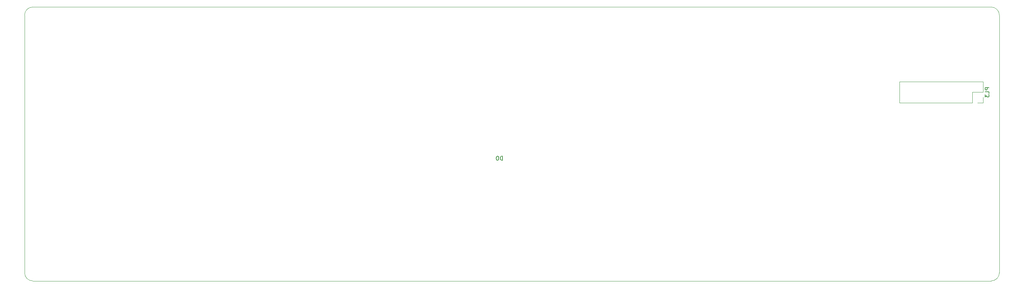
<source format=gbr>
%TF.GenerationSoftware,KiCad,Pcbnew,7.0.2-0*%
%TF.CreationDate,2023-12-06T22:19:45+00:00*%
%TF.ProjectId,cont_board,636f6e74-5f62-46f6-9172-642e6b696361,rev?*%
%TF.SameCoordinates,PX17d7840PY791ddc0*%
%TF.FileFunction,Legend,Bot*%
%TF.FilePolarity,Positive*%
%FSLAX46Y46*%
G04 Gerber Fmt 4.6, Leading zero omitted, Abs format (unit mm)*
G04 Created by KiCad (PCBNEW 7.0.2-0) date 2023-12-06 22:19:45*
%MOMM*%
%LPD*%
G01*
G04 APERTURE LIST*
%ADD10C,0.150000*%
%ADD11C,0.120000*%
%TA.AperFunction,Profile*%
%ADD12C,0.100000*%
%TD*%
G04 APERTURE END LIST*
D10*
%TO.C,A1*%
X116708094Y29509381D02*
X116708094Y30509381D01*
X116708094Y30509381D02*
X116469999Y30509381D01*
X116469999Y30509381D02*
X116327142Y30461762D01*
X116327142Y30461762D02*
X116231904Y30366524D01*
X116231904Y30366524D02*
X116184285Y30271286D01*
X116184285Y30271286D02*
X116136666Y30080810D01*
X116136666Y30080810D02*
X116136666Y29937953D01*
X116136666Y29937953D02*
X116184285Y29747477D01*
X116184285Y29747477D02*
X116231904Y29652239D01*
X116231904Y29652239D02*
X116327142Y29557000D01*
X116327142Y29557000D02*
X116469999Y29509381D01*
X116469999Y29509381D02*
X116708094Y29509381D01*
X115517618Y30509381D02*
X115422380Y30509381D01*
X115422380Y30509381D02*
X115327142Y30461762D01*
X115327142Y30461762D02*
X115279523Y30414143D01*
X115279523Y30414143D02*
X115231904Y30318905D01*
X115231904Y30318905D02*
X115184285Y30128429D01*
X115184285Y30128429D02*
X115184285Y29890334D01*
X115184285Y29890334D02*
X115231904Y29699858D01*
X115231904Y29699858D02*
X115279523Y29604620D01*
X115279523Y29604620D02*
X115327142Y29557000D01*
X115327142Y29557000D02*
X115422380Y29509381D01*
X115422380Y29509381D02*
X115517618Y29509381D01*
X115517618Y29509381D02*
X115612856Y29557000D01*
X115612856Y29557000D02*
X115660475Y29604620D01*
X115660475Y29604620D02*
X115708094Y29699858D01*
X115708094Y29699858D02*
X115755713Y29890334D01*
X115755713Y29890334D02*
X115755713Y30128429D01*
X115755713Y30128429D02*
X115708094Y30318905D01*
X115708094Y30318905D02*
X115660475Y30414143D01*
X115660475Y30414143D02*
X115612856Y30461762D01*
X115612856Y30461762D02*
X115517618Y30509381D01*
%TO.C,PL3*%
X235502619Y47312857D02*
X234502619Y47312857D01*
X234502619Y47312857D02*
X234502619Y46931905D01*
X234502619Y46931905D02*
X234550238Y46836667D01*
X234550238Y46836667D02*
X234597857Y46789048D01*
X234597857Y46789048D02*
X234693095Y46741429D01*
X234693095Y46741429D02*
X234835952Y46741429D01*
X234835952Y46741429D02*
X234931190Y46789048D01*
X234931190Y46789048D02*
X234978809Y46836667D01*
X234978809Y46836667D02*
X235026428Y46931905D01*
X235026428Y46931905D02*
X235026428Y47312857D01*
X235502619Y45836667D02*
X235502619Y46312857D01*
X235502619Y46312857D02*
X234502619Y46312857D01*
X234502619Y45598571D02*
X234502619Y44979524D01*
X234502619Y44979524D02*
X234883571Y45312857D01*
X234883571Y45312857D02*
X234883571Y45170000D01*
X234883571Y45170000D02*
X234931190Y45074762D01*
X234931190Y45074762D02*
X234978809Y45027143D01*
X234978809Y45027143D02*
X235074047Y44979524D01*
X235074047Y44979524D02*
X235312142Y44979524D01*
X235312142Y44979524D02*
X235407380Y45027143D01*
X235407380Y45027143D02*
X235455000Y45074762D01*
X235455000Y45074762D02*
X235502619Y45170000D01*
X235502619Y45170000D02*
X235502619Y45455714D01*
X235502619Y45455714D02*
X235455000Y45550952D01*
X235455000Y45550952D02*
X235407380Y45598571D01*
D11*
X213600000Y43570000D02*
X213600000Y48770000D01*
X231440000Y43570000D02*
X213600000Y43570000D01*
X231440000Y43570000D02*
X231440000Y46170000D01*
X232710000Y43570000D02*
X234040000Y43570000D01*
X234040000Y43570000D02*
X234040000Y44900000D01*
X231440000Y46170000D02*
X234040000Y46170000D01*
X234040000Y46170000D02*
X234040000Y48770000D01*
X234040000Y48770000D02*
X213600000Y48770000D01*
%TD*%
D12*
X0Y2000000D02*
X0Y65000000D01*
X2000000Y67000000D02*
X236000000Y67000000D01*
X238000000Y65000000D02*
X238000000Y2000000D01*
X236000000Y0D02*
X2000000Y0D01*
X236000000Y0D02*
G75*
G03*
X238000000Y2000000I0J2000000D01*
G01*
X2000000Y67000000D02*
G75*
G03*
X0Y65000000I0J-2000000D01*
G01*
X0Y2000000D02*
G75*
G03*
X2000000Y0I2000000J0D01*
G01*
X238000000Y65000000D02*
G75*
G03*
X236000000Y67000000I-2000000J0D01*
G01*
M02*

</source>
